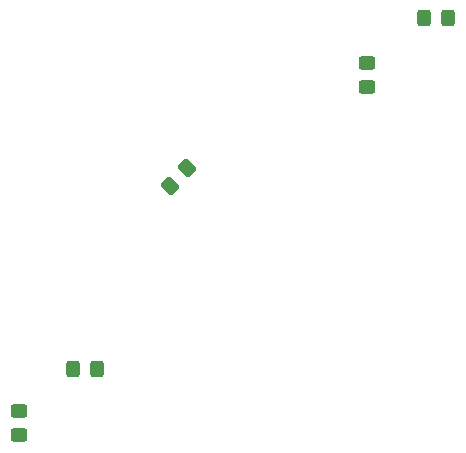
<source format=gbr>
%TF.GenerationSoftware,KiCad,Pcbnew,6.0.1-79c1e3a40b~116~ubuntu20.04.1*%
%TF.CreationDate,2022-02-07T17:34:27-08:00*%
%TF.ProjectId,MirageR1,4d697261-6765-4523-912e-6b696361645f,rev?*%
%TF.SameCoordinates,Original*%
%TF.FileFunction,Paste,Top*%
%TF.FilePolarity,Positive*%
%FSLAX46Y46*%
G04 Gerber Fmt 4.6, Leading zero omitted, Abs format (unit mm)*
G04 Created by KiCad (PCBNEW 6.0.1-79c1e3a40b~116~ubuntu20.04.1) date 2022-02-07 17:34:27*
%MOMM*%
%LPD*%
G01*
G04 APERTURE LIST*
G04 Aperture macros list*
%AMRoundRect*
0 Rectangle with rounded corners*
0 $1 Rounding radius*
0 $2 $3 $4 $5 $6 $7 $8 $9 X,Y pos of 4 corners*
0 Add a 4 corners polygon primitive as box body*
4,1,4,$2,$3,$4,$5,$6,$7,$8,$9,$2,$3,0*
0 Add four circle primitives for the rounded corners*
1,1,$1+$1,$2,$3*
1,1,$1+$1,$4,$5*
1,1,$1+$1,$6,$7*
1,1,$1+$1,$8,$9*
0 Add four rect primitives between the rounded corners*
20,1,$1+$1,$2,$3,$4,$5,0*
20,1,$1+$1,$4,$5,$6,$7,0*
20,1,$1+$1,$6,$7,$8,$9,0*
20,1,$1+$1,$8,$9,$2,$3,0*%
G04 Aperture macros list end*
%ADD10RoundRect,0.250000X0.088388X-0.548008X0.548008X-0.088388X-0.088388X0.548008X-0.548008X0.088388X0*%
%ADD11RoundRect,0.250000X-0.325000X-0.450000X0.325000X-0.450000X0.325000X0.450000X-0.325000X0.450000X0*%
%ADD12RoundRect,0.250000X0.450000X-0.325000X0.450000X0.325000X-0.450000X0.325000X-0.450000X-0.325000X0*%
G04 APERTURE END LIST*
D10*
%TO.C,D6*%
X140359345Y-90796481D03*
X141808913Y-89346913D03*
%TD*%
D11*
%TO.C,D5*%
X161856913Y-76646913D03*
X163906913Y-76646913D03*
%TD*%
D12*
%TO.C,D4*%
X127584913Y-111952913D03*
X127584913Y-109902913D03*
%TD*%
%TO.C,D3*%
X157048913Y-82488913D03*
X157048913Y-80438913D03*
%TD*%
D11*
%TO.C,D2*%
X132147913Y-106364913D03*
X134197913Y-106364913D03*
%TD*%
M02*

</source>
